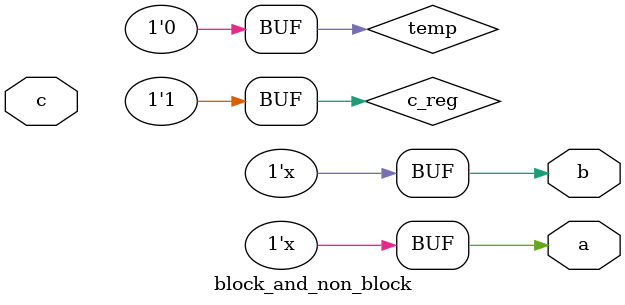
<source format=v>
module block_and_non_block(a,b,c);
input  c;
reg c_reg ;
output reg b,a;
reg temp;
initial begin
    c_reg = 0;
     temp = 1;
    a = 0;b= 0;
end
    always @(temp) begin
        // c = 1;
         temp = 0;
        c_reg<=1;
        a <= c_reg;
        b = c_reg;
        $display(a," ",b," ",c);
    end

endmodule
</source>
